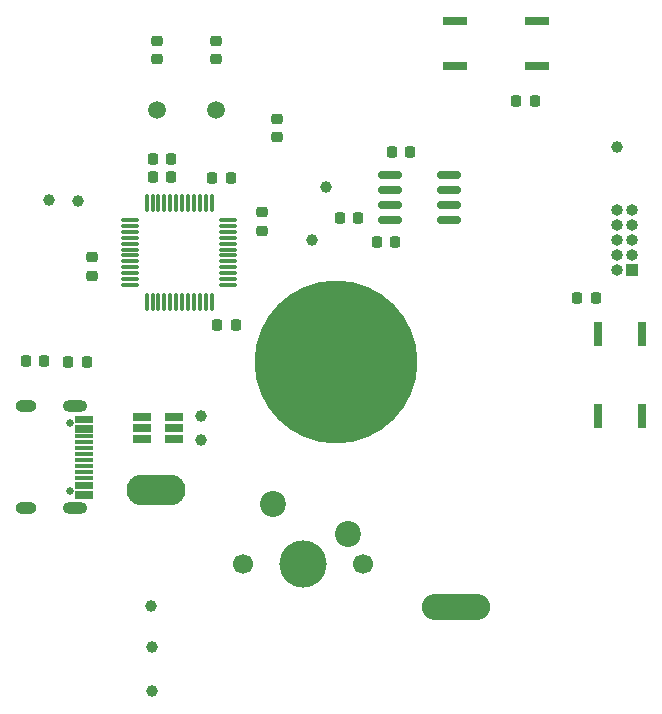
<source format=gbr>
%TF.GenerationSoftware,KiCad,Pcbnew,5.99.0-912657dd23-1*%
%TF.CreationDate,2021-04-24T23:07:36+00:00*%
%TF.ProjectId,bigbutton,62696762-7574-4746-9f6e-2e6b69636164,rev?*%
%TF.SameCoordinates,Original*%
%TF.FileFunction,Soldermask,Top*%
%TF.FilePolarity,Negative*%
%FSLAX46Y46*%
G04 Gerber Fmt 4.6, Leading zero omitted, Abs format (unit mm)*
G04 Created by KiCad (PCBNEW 5.99.0-912657dd23-1) date 2021-04-24 23:07:36*
%MOMM*%
%LPD*%
G01*
G04 APERTURE LIST*
G04 Aperture macros list*
%AMRoundRect*
0 Rectangle with rounded corners*
0 $1 Rounding radius*
0 $2 $3 $4 $5 $6 $7 $8 $9 X,Y pos of 4 corners*
0 Add a 4 corners polygon primitive as box body*
4,1,4,$2,$3,$4,$5,$6,$7,$8,$9,$2,$3,0*
0 Add four circle primitives for the rounded corners*
1,1,$1+$1,$2,$3,0*
1,1,$1+$1,$4,$5,0*
1,1,$1+$1,$6,$7,0*
1,1,$1+$1,$8,$9,0*
0 Add four rect primitives between the rounded corners*
20,1,$1+$1,$2,$3,$4,$5,0*
20,1,$1+$1,$4,$5,$6,$7,0*
20,1,$1+$1,$6,$7,$8,$9,0*
20,1,$1+$1,$8,$9,$2,$3,0*%
G04 Aperture macros list end*
%ADD10RoundRect,0.218750X0.218750X0.256250X-0.218750X0.256250X-0.218750X-0.256250X0.218750X-0.256250X0*%
%ADD11RoundRect,0.218750X-0.256250X0.218750X-0.256250X-0.218750X0.256250X-0.218750X0.256250X0.218750X0*%
%ADD12RoundRect,0.218750X-0.218750X-0.256250X0.218750X-0.256250X0.218750X0.256250X-0.218750X0.256250X0*%
%ADD13RoundRect,0.218750X0.256250X-0.218750X0.256250X0.218750X-0.256250X0.218750X-0.256250X-0.218750X0*%
%ADD14R,2.000000X0.750000*%
%ADD15C,1.000000*%
%ADD16RoundRect,0.150000X0.825000X0.150000X-0.825000X0.150000X-0.825000X-0.150000X0.825000X-0.150000X0*%
%ADD17R,1.560000X0.650000*%
%ADD18C,1.500000*%
%ADD19C,0.650000*%
%ADD20R,1.550000X0.300000*%
%ADD21O,2.100000X1.000000*%
%ADD22O,1.800000X1.000000*%
%ADD23R,1.000000X1.000000*%
%ADD24O,1.000000X1.000000*%
%ADD25R,0.750000X2.000000*%
%ADD26RoundRect,0.075000X-0.075000X0.662500X-0.075000X-0.662500X0.075000X-0.662500X0.075000X0.662500X0*%
%ADD27RoundRect,0.075000X-0.662500X0.075000X-0.662500X-0.075000X0.662500X-0.075000X0.662500X0.075000X0*%
%ADD28C,4.000000*%
%ADD29C,1.700000*%
%ADD30C,2.200000*%
%ADD31C,13.800000*%
%ADD32O,5.800000X2.200000*%
%ADD33O,5.000000X2.600000*%
G04 APERTURE END LIST*
D10*
%TO.C,C1*%
X96469300Y-101904800D03*
X94894300Y-101904800D03*
%TD*%
D11*
%TO.C,C2*%
X98704400Y-92303500D03*
X98704400Y-93878500D03*
%TD*%
D12*
%TO.C,C5*%
X89462500Y-87800000D03*
X91037500Y-87800000D03*
%TD*%
%TO.C,C6*%
X89462500Y-89300000D03*
X91037500Y-89300000D03*
%TD*%
%TO.C,C7*%
X120229500Y-82880200D03*
X121804500Y-82880200D03*
%TD*%
D10*
%TO.C,C8*%
X96088300Y-89433400D03*
X94513300Y-89433400D03*
%TD*%
D12*
%TO.C,C11*%
X108407100Y-94843600D03*
X109982100Y-94843600D03*
%TD*%
D13*
%TO.C,R1*%
X100000000Y-85987500D03*
X100000000Y-84412500D03*
%TD*%
D10*
%TO.C,R2*%
X111252100Y-87223600D03*
X109677100Y-87223600D03*
%TD*%
%TO.C,R3*%
X106857900Y-92837000D03*
X105282900Y-92837000D03*
%TD*%
%TO.C,R4*%
X83856900Y-104978200D03*
X82281900Y-104978200D03*
%TD*%
D12*
%TO.C,R5*%
X78700500Y-104952800D03*
X80275500Y-104952800D03*
%TD*%
D14*
%TO.C,SW1*%
X122016400Y-76153800D03*
X115016400Y-76153800D03*
X122016400Y-79903800D03*
X115016400Y-79903800D03*
%TD*%
D15*
%TO.C,TP_3V3_1*%
X89281000Y-125704600D03*
%TD*%
%TO.C,TP_5V_1*%
X89408000Y-132867400D03*
%TD*%
%TO.C,TP_CC1_1*%
X83108800Y-91363800D03*
%TD*%
%TO.C,TP_CC2_1*%
X80670400Y-91287600D03*
%TD*%
%TO.C,TP_D-_1*%
X93573600Y-109575600D03*
%TD*%
%TO.C,TP_GND_1*%
X89357200Y-129133600D03*
%TD*%
%TO.C,TP_SCL_1*%
X102920800Y-94691200D03*
%TD*%
%TO.C,TP_SDA_1*%
X104100000Y-90200000D03*
%TD*%
%TO.C,TP_~RST~_1*%
X128752600Y-86766400D03*
%TD*%
D16*
%TO.C,U2*%
X114514400Y-93014800D03*
X114514400Y-91744800D03*
X114514400Y-90474800D03*
X114514400Y-89204800D03*
X109564400Y-89204800D03*
X109564400Y-90474800D03*
X109564400Y-91744800D03*
X109564400Y-93014800D03*
%TD*%
D17*
%TO.C,U3*%
X88566000Y-109641600D03*
X88566000Y-110591600D03*
X88566000Y-111541600D03*
X91266000Y-111541600D03*
X91266000Y-110591600D03*
X91266000Y-109641600D03*
%TD*%
D18*
%TO.C,X1*%
X89789000Y-83700000D03*
X94789000Y-83700000D03*
%TD*%
D19*
%TO.C,J2*%
X82411800Y-115945400D03*
X82411800Y-110165400D03*
D20*
X83676800Y-109705400D03*
X83676800Y-110505400D03*
X83676800Y-111805400D03*
X83676800Y-112805400D03*
X83676800Y-113305400D03*
X83676800Y-114305400D03*
X83676800Y-115605400D03*
X83676800Y-116405400D03*
X83676800Y-116105400D03*
X83676800Y-115305400D03*
X83676800Y-114805400D03*
X83676800Y-113805400D03*
X83676800Y-112305400D03*
X83676800Y-111305400D03*
X83676800Y-110805400D03*
X83676800Y-110005400D03*
D21*
X82911800Y-117375400D03*
X82911800Y-108735400D03*
D22*
X78761800Y-108735400D03*
X78761800Y-117375400D03*
%TD*%
D11*
%TO.C,C9*%
X94792800Y-77812500D03*
X94792800Y-79387500D03*
%TD*%
%TO.C,C10*%
X89800000Y-77812500D03*
X89800000Y-79387500D03*
%TD*%
D13*
%TO.C,C3*%
X84277200Y-97688500D03*
X84277200Y-96113500D03*
%TD*%
D23*
%TO.C,J1*%
X129997200Y-97256600D03*
D24*
X128727200Y-97256600D03*
X129997200Y-95986600D03*
X128727200Y-95986600D03*
X129997200Y-94716600D03*
X128727200Y-94716600D03*
X129997200Y-93446600D03*
X128727200Y-93446600D03*
X129997200Y-92176600D03*
X128727200Y-92176600D03*
%TD*%
D10*
%TO.C,R6*%
X126987500Y-99600000D03*
X125412500Y-99600000D03*
%TD*%
D25*
%TO.C,SW4*%
X130875000Y-102600000D03*
X130875000Y-109600000D03*
X127125000Y-109600000D03*
X127125000Y-102600000D03*
%TD*%
D26*
%TO.C,U1*%
X94444000Y-91570100D03*
X93944000Y-91570100D03*
X93444000Y-91570100D03*
X92944000Y-91570100D03*
X92444000Y-91570100D03*
X91944000Y-91570100D03*
X91444000Y-91570100D03*
X90944000Y-91570100D03*
X90444000Y-91570100D03*
X89944000Y-91570100D03*
X89444000Y-91570100D03*
X88944000Y-91570100D03*
D27*
X87531500Y-92982600D03*
X87531500Y-93482600D03*
X87531500Y-93982600D03*
X87531500Y-94482600D03*
X87531500Y-94982600D03*
X87531500Y-95482600D03*
X87531500Y-95982600D03*
X87531500Y-96482600D03*
X87531500Y-96982600D03*
X87531500Y-97482600D03*
X87531500Y-97982600D03*
X87531500Y-98482600D03*
D26*
X88944000Y-99895100D03*
X89444000Y-99895100D03*
X89944000Y-99895100D03*
X90444000Y-99895100D03*
X90944000Y-99895100D03*
X91444000Y-99895100D03*
X91944000Y-99895100D03*
X92444000Y-99895100D03*
X92944000Y-99895100D03*
X93444000Y-99895100D03*
X93944000Y-99895100D03*
X94444000Y-99895100D03*
D27*
X95856500Y-98482600D03*
X95856500Y-97982600D03*
X95856500Y-97482600D03*
X95856500Y-96982600D03*
X95856500Y-96482600D03*
X95856500Y-95982600D03*
X95856500Y-95482600D03*
X95856500Y-94982600D03*
X95856500Y-94482600D03*
X95856500Y-93982600D03*
X95856500Y-93482600D03*
X95856500Y-92982600D03*
%TD*%
D15*
%TO.C,TP_D+_1*%
X93573600Y-111607600D03*
%TD*%
D28*
%TO.C,SW2*%
X102184200Y-122123200D03*
D29*
X97104200Y-122123200D03*
X107264200Y-122123200D03*
D30*
X99644200Y-117043200D03*
X105994200Y-119583200D03*
%TD*%
D31*
%TO.C,SW3*%
X105000000Y-105000000D03*
D32*
X115160000Y-125740000D03*
D33*
X89760000Y-115850000D03*
%TD*%
M02*

</source>
